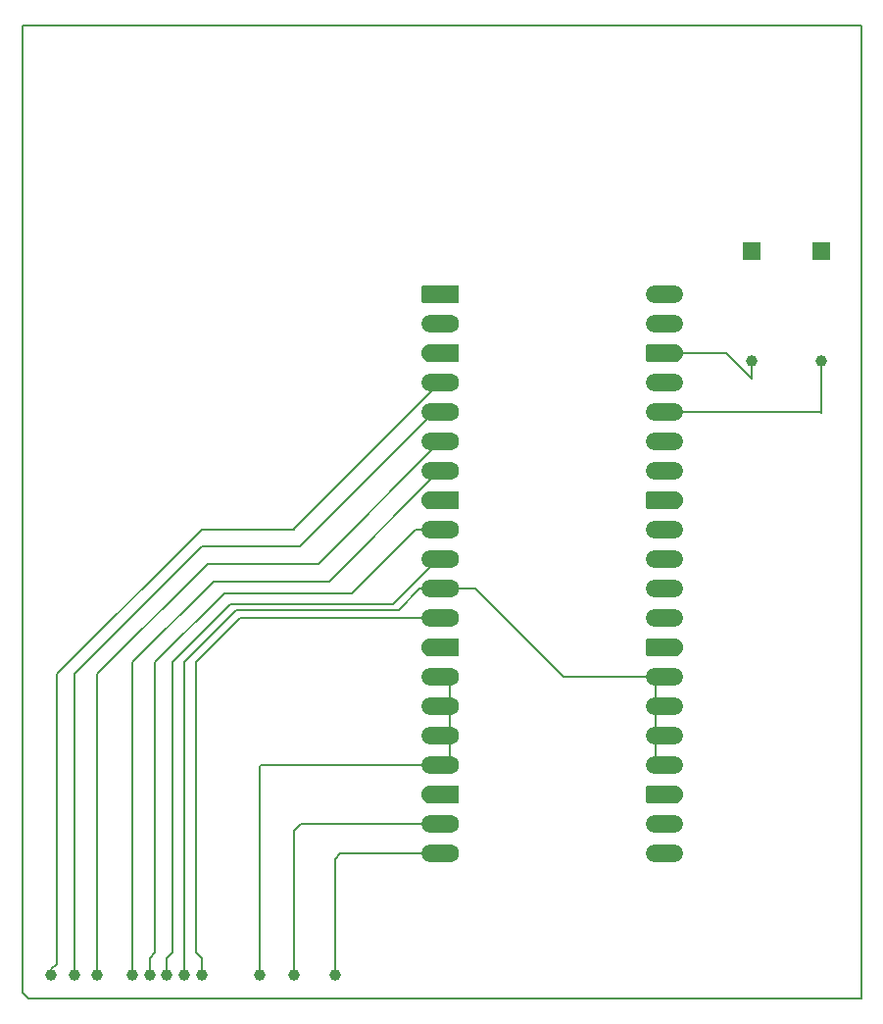
<source format=gbr>
%TF.GenerationSoftware,KiCad,Pcbnew,9.0.1*%
%TF.CreationDate,2025-05-02T16:57:55-04:00*%
%TF.ProjectId,de_fused_pico,64655f66-7573-4656-945f-7069636f2e6b,rev?*%
%TF.SameCoordinates,Original*%
%TF.FileFunction,Copper,L1,Top*%
%TF.FilePolarity,Positive*%
%FSLAX46Y46*%
G04 Gerber Fmt 4.6, Leading zero omitted, Abs format (unit mm)*
G04 Created by KiCad (PCBNEW 9.0.1) date 2025-05-02 16:57:55*
%MOMM*%
%LPD*%
G01*
G04 APERTURE LIST*
G04 Aperture macros list*
%AMRoundRect*
0 Rectangle with rounded corners*
0 $1 Rounding radius*
0 $2 $3 $4 $5 $6 $7 $8 $9 X,Y pos of 4 corners*
0 Add a 4 corners polygon primitive as box body*
4,1,4,$2,$3,$4,$5,$6,$7,$8,$9,$2,$3,0*
0 Add four circle primitives for the rounded corners*
1,1,$1+$1,$2,$3*
1,1,$1+$1,$4,$5*
1,1,$1+$1,$6,$7*
1,1,$1+$1,$8,$9*
0 Add four rect primitives between the rounded corners*
20,1,$1+$1,$2,$3,$4,$5,0*
20,1,$1+$1,$4,$5,$6,$7,0*
20,1,$1+$1,$6,$7,$8,$9,0*
20,1,$1+$1,$8,$9,$2,$3,0*%
%AMFreePoly0*
4,1,37,0.800000,0.796148,0.878414,0.796148,1.032228,0.765552,1.177117,0.705537,1.307515,0.618408,1.418408,0.507515,1.505537,0.377117,1.565552,0.232228,1.596148,0.078414,1.596148,-0.078414,1.565552,-0.232228,1.505537,-0.377117,1.418408,-0.507515,1.307515,-0.618408,1.177117,-0.705537,1.032228,-0.765552,0.878414,-0.796148,0.800000,-0.796148,0.800000,-0.800000,-1.400000,-0.800000,
-1.403843,-0.796157,-1.439018,-0.796157,-1.511114,-0.766294,-1.566294,-0.711114,-1.596157,-0.639018,-1.596157,-0.603843,-1.600000,-0.600000,-1.600000,0.600000,-1.596157,0.603843,-1.596157,0.639018,-1.566294,0.711114,-1.511114,0.766294,-1.439018,0.796157,-1.403843,0.796157,-1.400000,0.800000,0.800000,0.800000,0.800000,0.796148,0.800000,0.796148,$1*%
%AMFreePoly1*
4,1,37,1.403843,0.796157,1.439018,0.796157,1.511114,0.766294,1.566294,0.711114,1.596157,0.639018,1.596157,0.603843,1.600000,0.600000,1.600000,-0.600000,1.596157,-0.603843,1.596157,-0.639018,1.566294,-0.711114,1.511114,-0.766294,1.439018,-0.796157,1.403843,-0.796157,1.400000,-0.800000,-0.800000,-0.800000,-0.800000,-0.796148,-0.878414,-0.796148,-1.032228,-0.765552,-1.177117,-0.705537,
-1.307515,-0.618408,-1.418408,-0.507515,-1.505537,-0.377117,-1.565552,-0.232228,-1.596148,-0.078414,-1.596148,0.078414,-1.565552,0.232228,-1.505537,0.377117,-1.418408,0.507515,-1.307515,0.618408,-1.177117,0.705537,-1.032228,0.765552,-0.878414,0.796148,-0.800000,0.796148,-0.800000,0.800000,1.400000,0.800000,1.403843,0.796157,1.403843,0.796157,$1*%
%AMFreePoly2*
4,1,37,0.603843,0.796157,0.639018,0.796157,0.711114,0.766294,0.766294,0.711114,0.796157,0.639018,0.796157,0.603843,0.800000,0.600000,0.800000,-0.600000,0.796157,-0.603843,0.796157,-0.639018,0.766294,-0.711114,0.711114,-0.766294,0.639018,-0.796157,0.603843,-0.796157,0.600000,-0.800000,0.000000,-0.800000,0.000000,-0.796148,-0.078414,-0.796148,-0.232228,-0.765552,-0.377117,-0.705537,
-0.507515,-0.618408,-0.618408,-0.507515,-0.705537,-0.377117,-0.765552,-0.232228,-0.796148,-0.078414,-0.796148,0.078414,-0.765552,0.232228,-0.705537,0.377117,-0.618408,0.507515,-0.507515,0.618408,-0.377117,0.705537,-0.232228,0.765552,-0.078414,0.796148,0.000000,0.796148,0.000000,0.800000,0.600000,0.800000,0.603843,0.796157,0.603843,0.796157,$1*%
%AMFreePoly3*
4,1,37,0.000000,0.796148,0.078414,0.796148,0.232228,0.765552,0.377117,0.705537,0.507515,0.618408,0.618408,0.507515,0.705537,0.377117,0.765552,0.232228,0.796148,0.078414,0.796148,-0.078414,0.765552,-0.232228,0.705537,-0.377117,0.618408,-0.507515,0.507515,-0.618408,0.377117,-0.705537,0.232228,-0.765552,0.078414,-0.796148,0.000000,-0.796148,0.000000,-0.800000,-0.600000,-0.800000,
-0.603843,-0.796157,-0.639018,-0.796157,-0.711114,-0.766294,-0.766294,-0.711114,-0.796157,-0.639018,-0.796157,-0.603843,-0.800000,-0.600000,-0.800000,0.600000,-0.796157,0.603843,-0.796157,0.639018,-0.766294,0.711114,-0.711114,0.766294,-0.639018,0.796157,-0.603843,0.796157,-0.600000,0.800000,0.000000,0.800000,0.000000,0.796148,0.000000,0.796148,$1*%
G04 Aperture macros list end*
%TA.AperFunction,NonConductor*%
%ADD10C,0.200000*%
%TD*%
%TA.AperFunction,ComponentPad*%
%ADD11C,1.000000*%
%TD*%
%TA.AperFunction,SMDPad,CuDef*%
%ADD12R,1.500000X1.500000*%
%TD*%
%TA.AperFunction,SMDPad,CuDef*%
%ADD13FreePoly0,0.000000*%
%TD*%
%TA.AperFunction,ComponentPad*%
%ADD14RoundRect,0.200000X-0.600000X-0.600000X0.600000X-0.600000X0.600000X0.600000X-0.600000X0.600000X0*%
%TD*%
%TA.AperFunction,SMDPad,CuDef*%
%ADD15RoundRect,0.800000X-0.800000X-0.000010X0.800000X-0.000010X0.800000X0.000010X-0.800000X0.000010X0*%
%TD*%
%TA.AperFunction,ComponentPad*%
%ADD16C,1.600000*%
%TD*%
%TA.AperFunction,SMDPad,CuDef*%
%ADD17FreePoly1,0.000000*%
%TD*%
%TA.AperFunction,ComponentPad*%
%ADD18FreePoly2,0.000000*%
%TD*%
%TA.AperFunction,ComponentPad*%
%ADD19FreePoly3,0.000000*%
%TD*%
%TA.AperFunction,Conductor*%
%ADD20C,0.200000*%
%TD*%
G04 APERTURE END LIST*
D10*
X171500000Y-45000000D02*
X171500000Y-60000000D01*
X99000000Y-45000000D02*
X171500000Y-45000000D01*
X99000000Y-60000000D02*
X99000000Y-45000000D01*
X99000000Y-100000000D02*
X99000000Y-60000000D01*
X171500000Y-129000000D02*
X99500000Y-129000000D01*
X171500000Y-129000000D02*
X171500000Y-60000000D01*
X99500000Y-129000000D02*
X99000000Y-128500000D01*
X99000000Y-128500000D02*
X99000000Y-100000000D01*
D11*
%TO.P,REF\u002A\u002A,1*%
%TO.N,N/C*%
X110000000Y-127000000D03*
%TD*%
%TO.P,REF\u002A\u002A,1*%
%TO.N,N/C*%
X101500000Y-127000000D03*
%TD*%
%TO.P,REF\u002A\u002A,1*%
%TO.N,N/C*%
X126000000Y-127000000D03*
%TD*%
%TO.P,REF\u002A\u002A,1*%
%TO.N,N/C*%
X114500000Y-127000000D03*
%TD*%
%TO.P,REF\u002A\u002A,1*%
%TO.N,N/C*%
X122500000Y-127000000D03*
%TD*%
%TO.P,REF\u002A\u002A,1*%
%TO.N,N/C*%
X105500000Y-127000000D03*
%TD*%
D12*
%TO.P,REF\u002A\u002A,1*%
%TO.N,N/C*%
X162000000Y-64500000D03*
%TD*%
D13*
%TO.P,A1,1,GPIO0*%
%TO.N,unconnected-(A1-GPIO0-Pad1)*%
X135120000Y-68240000D03*
D14*
X135920000Y-68240000D03*
D15*
%TO.P,A1,2,GPIO1*%
%TO.N,unconnected-(A1-GPIO1-Pad2)*%
X135120000Y-70780000D03*
D16*
X135920000Y-70780000D03*
D17*
%TO.P,A1,3,GND*%
%TO.N,Net-(A1-GND-Pad13)*%
X135120000Y-73320000D03*
D18*
X135920000Y-73320000D03*
D15*
%TO.P,A1,4,GPIO2*%
%TO.N,unconnected-(A1-GPIO2-Pad4)*%
X135120000Y-75860000D03*
D16*
X135920000Y-75860000D03*
D15*
%TO.P,A1,5,GPIO3*%
%TO.N,unconnected-(A1-GPIO3-Pad5)*%
X135120000Y-78400000D03*
D16*
X135920000Y-78400000D03*
D15*
%TO.P,A1,6,GPIO4*%
%TO.N,unconnected-(A1-GPIO4-Pad6)*%
X135120000Y-80940000D03*
D16*
X135920000Y-80940000D03*
D15*
%TO.P,A1,7,GPIO5*%
%TO.N,unconnected-(A1-GPIO5-Pad7)*%
X135120000Y-83480000D03*
D16*
X135920000Y-83480000D03*
D17*
%TO.P,A1,8,GND*%
%TO.N,Net-(A1-GND-Pad13)*%
X135120000Y-86020000D03*
D18*
X135920000Y-86020000D03*
D15*
%TO.P,A1,9,GPIO6*%
%TO.N,unconnected-(A1-GPIO6-Pad9)*%
X135120000Y-88560000D03*
D16*
X135920000Y-88560000D03*
D15*
%TO.P,A1,10,GPIO7*%
%TO.N,unconnected-(A1-GPIO7-Pad10)*%
X135120000Y-91100000D03*
D16*
X135920000Y-91100000D03*
D15*
%TO.P,A1,11,GPIO8*%
%TO.N,Net-(A1-GPIO18)*%
X135120000Y-93640000D03*
D16*
X135920000Y-93640000D03*
D15*
%TO.P,A1,12,GPIO9*%
%TO.N,unconnected-(A1-GPIO9-Pad12)*%
X135120000Y-96180000D03*
D16*
X135920000Y-96180000D03*
D17*
%TO.P,A1,13,GND*%
%TO.N,Net-(A1-GND-Pad13)*%
X135120000Y-98720000D03*
D18*
X135920000Y-98720000D03*
D15*
%TO.P,A1,14,GPIO10*%
%TO.N,Net-(A1-GPIO10)*%
X135120000Y-101260000D03*
D16*
X135920000Y-101260000D03*
D15*
%TO.P,A1,15,GPIO11*%
X135120000Y-103800000D03*
D16*
X135920000Y-103800000D03*
D15*
%TO.P,A1,16,GPIO12*%
X135120000Y-106340000D03*
D16*
X135920000Y-106340000D03*
D15*
%TO.P,A1,17,GPIO13*%
X135120000Y-108880000D03*
D16*
X135920000Y-108880000D03*
D17*
%TO.P,A1,18,GND*%
%TO.N,Net-(A1-GND-Pad13)*%
X135120000Y-111420000D03*
D18*
X135920000Y-111420000D03*
D15*
%TO.P,A1,19,GPIO14*%
%TO.N,unconnected-(A1-GPIO14-Pad19)*%
X135120000Y-113960000D03*
D16*
X135920000Y-113960000D03*
D15*
%TO.P,A1,20,GPIO15*%
%TO.N,unconnected-(A1-GPIO15-Pad20)*%
X135120000Y-116500000D03*
D16*
X135920000Y-116500000D03*
%TO.P,A1,21,GPIO16*%
%TO.N,unconnected-(A1-GPIO16-Pad21)*%
X153700000Y-116500000D03*
D15*
X154500000Y-116500000D03*
D16*
%TO.P,A1,22,GPIO17*%
%TO.N,unconnected-(A1-GPIO17-Pad22)*%
X153700000Y-113960000D03*
D15*
X154500000Y-113960000D03*
D19*
%TO.P,A1,23,GND*%
%TO.N,Net-(A1-GND-Pad13)*%
X153700000Y-111420000D03*
D13*
X154500000Y-111420000D03*
D16*
%TO.P,A1,24,GPIO18*%
%TO.N,Net-(A1-GPIO18)*%
X153700000Y-108880000D03*
D15*
X154500000Y-108880000D03*
D16*
%TO.P,A1,25,GPIO19*%
X153700000Y-106340000D03*
D15*
X154500000Y-106340000D03*
D16*
%TO.P,A1,26,GPIO20*%
X153700000Y-103800000D03*
D15*
X154500000Y-103800000D03*
D16*
%TO.P,A1,27,GPIO21*%
X153700000Y-101260000D03*
D15*
X154500000Y-101260000D03*
D19*
%TO.P,A1,28,GND*%
%TO.N,Net-(A1-GND-Pad13)*%
X153700000Y-98720000D03*
D13*
X154500000Y-98720000D03*
D16*
%TO.P,A1,29,GPIO22*%
%TO.N,unconnected-(A1-GPIO22-Pad29)*%
X153700000Y-96180000D03*
D15*
X154500000Y-96180000D03*
D16*
%TO.P,A1,30,RUN*%
%TO.N,unconnected-(A1-RUN-Pad30)*%
X153700000Y-93640000D03*
D15*
X154500000Y-93640000D03*
D16*
%TO.P,A1,31,GPIO26_ADC0*%
%TO.N,unconnected-(A1-GPIO26_ADC0-Pad31)*%
X153700000Y-91100000D03*
D15*
X154500000Y-91100000D03*
D16*
%TO.P,A1,32,GPIO27_ADC1*%
%TO.N,unconnected-(A1-GPIO27_ADC1-Pad32)*%
X153700000Y-88560000D03*
D15*
X154500000Y-88560000D03*
D19*
%TO.P,A1,33,AGND*%
%TO.N,unconnected-(A1-AGND-Pad33)*%
X153700000Y-86020000D03*
D13*
X154500000Y-86020000D03*
D16*
%TO.P,A1,34,GPIO28_ADC2*%
%TO.N,unconnected-(A1-GPIO28_ADC2-Pad34)*%
X153700000Y-83480000D03*
D15*
X154500000Y-83480000D03*
D16*
%TO.P,A1,35,ADC_VREF*%
%TO.N,unconnected-(A1-ADC_VREF-Pad35)*%
X153700000Y-80940000D03*
D15*
X154500000Y-80940000D03*
D16*
%TO.P,A1,36,3V3*%
%TO.N,unconnected-(A1-3V3-Pad36)*%
X153700000Y-78400000D03*
D15*
X154500000Y-78400000D03*
D16*
%TO.P,A1,37,3V3_EN*%
%TO.N,unconnected-(A1-3V3_EN-Pad37)*%
X153700000Y-75860000D03*
D15*
X154500000Y-75860000D03*
D19*
%TO.P,A1,38,GND*%
%TO.N,Net-(A1-GND-Pad13)*%
X153700000Y-73320000D03*
D13*
X154500000Y-73320000D03*
D16*
%TO.P,A1,39,VSYS*%
%TO.N,unconnected-(A1-VSYS-Pad39)*%
X153700000Y-70780000D03*
D15*
X154500000Y-70780000D03*
D16*
%TO.P,A1,40,VBUS*%
%TO.N,unconnected-(A1-VBUS-Pad40)*%
X153700000Y-68240000D03*
D15*
X154500000Y-68240000D03*
%TD*%
D11*
%TO.P,REF\u002A\u002A,1*%
%TO.N,N/C*%
X108500000Y-127000000D03*
%TD*%
%TO.P,REF\u002A\u002A,1*%
%TO.N,N/C*%
X103500000Y-127000000D03*
%TD*%
%TO.P,REF\u002A\u002A,1*%
%TO.N,N/C*%
X168000000Y-74000000D03*
%TD*%
D12*
%TO.P,REF\u002A\u002A,1*%
%TO.N,N/C*%
X168000000Y-64500000D03*
%TD*%
D11*
%TO.P,REF\u002A\u002A,1*%
%TO.N,N/C*%
X119500000Y-127000000D03*
%TD*%
%TO.P,REF\u002A\u002A,1*%
%TO.N,N/C*%
X113000000Y-127000000D03*
%TD*%
%TO.P,REF\u002A\u002A,1*%
%TO.N,N/C*%
X111500000Y-127000000D03*
%TD*%
%TO.P,REF\u002A\u002A,1*%
%TO.N,N/C*%
X162000000Y-74000000D03*
%TD*%
D20*
%TO.N,Net-(A1-GND-Pad13)*%
X154500000Y-73320000D02*
X159820000Y-73320000D01*
X154500000Y-73320000D02*
X153700000Y-73320000D01*
X162000000Y-75500000D02*
X162000000Y-75000000D01*
X159820000Y-73320000D02*
X162000000Y-75500000D01*
X162000000Y-75000000D02*
X162000000Y-74500000D01*
X162000000Y-74500000D02*
X162000000Y-74000000D01*
%TO.N,unconnected-(A1-GPIO5-Pad7)*%
X115500000Y-93000000D02*
X125500000Y-93000000D01*
X108500000Y-126500000D02*
X108500000Y-100000000D01*
X125500000Y-93000000D02*
X135020000Y-83480000D01*
X108500000Y-100000000D02*
X115500000Y-93000000D01*
X135020000Y-83480000D02*
X135920000Y-83480000D01*
%TO.N,unconnected-(A1-GPIO4-Pad6)*%
X124560000Y-91500000D02*
X135120000Y-80940000D01*
X105500000Y-101000000D02*
X115000000Y-91500000D01*
X105500000Y-125000000D02*
X105500000Y-126500000D01*
X105500000Y-125000000D02*
X105500000Y-101000000D01*
X115000000Y-91500000D02*
X124560000Y-91500000D01*
%TO.N,Net-(A1-GPIO10)*%
X135920000Y-101260000D02*
X135920000Y-103800000D01*
X135920000Y-103800000D02*
X135920000Y-106340000D01*
X135920000Y-106340000D02*
X135920000Y-108880000D01*
X119500000Y-125000000D02*
X119500000Y-126500000D01*
X135120000Y-108880000D02*
X119620000Y-108880000D01*
X119620000Y-108880000D02*
X119500000Y-109000000D01*
X119500000Y-109000000D02*
X119500000Y-125000000D01*
%TO.N,unconnected-(A1-GPIO7-Pad10)*%
X111500000Y-125500000D02*
X112000000Y-125000000D01*
X117000000Y-95000000D02*
X131000000Y-95000000D01*
X112000000Y-100000000D02*
X117000000Y-95000000D01*
X111500000Y-126500000D02*
X111500000Y-125500000D01*
X112000000Y-125000000D02*
X112000000Y-100000000D01*
X131000000Y-95000000D02*
X134900000Y-91100000D01*
X134900000Y-91100000D02*
X135920000Y-91100000D01*
%TO.N,unconnected-(A1-3V3-Pad36)*%
X167900000Y-78400000D02*
X168000000Y-78500000D01*
X168000000Y-78500000D02*
X168000000Y-74500000D01*
X153700000Y-78400000D02*
X167900000Y-78400000D01*
X168000000Y-74500000D02*
X168000000Y-74000000D01*
%TO.N,unconnected-(A1-GPIO6-Pad9)*%
X116500000Y-94000000D02*
X127500000Y-94000000D01*
X132940000Y-88560000D02*
X135920000Y-88560000D01*
X110500000Y-125000000D02*
X110000000Y-125500000D01*
X110500000Y-125000000D02*
X110500000Y-100000000D01*
X127500000Y-94000000D02*
X132940000Y-88560000D01*
X110500000Y-100000000D02*
X116500000Y-94000000D01*
X110000000Y-126500000D02*
X110000000Y-125500000D01*
%TO.N,unconnected-(A1-GPIO9-Pad12)*%
X114500000Y-125500000D02*
X114500000Y-126500000D01*
X114000000Y-125000000D02*
X114000000Y-100000000D01*
X114000000Y-125000000D02*
X114500000Y-125500000D01*
X114000000Y-100000000D02*
X117820000Y-96180000D01*
X117820000Y-96180000D02*
X135120000Y-96180000D01*
%TO.N,unconnected-(A1-GPIO2-Pad4)*%
X135120000Y-75860000D02*
X122500000Y-88480000D01*
X102000000Y-101000000D02*
X102000000Y-126000000D01*
X102000000Y-126000000D02*
X101500000Y-126500000D01*
X122500000Y-88500000D02*
X114500000Y-88500000D01*
X122500000Y-88480000D02*
X122500000Y-88500000D01*
X114500000Y-88500000D02*
X102000000Y-101000000D01*
%TO.N,unconnected-(A1-GPIO15-Pad20)*%
X126000000Y-117000000D02*
X126500000Y-116500000D01*
X126500000Y-116500000D02*
X135120000Y-116500000D01*
X126000000Y-126500000D02*
X126000000Y-117000000D01*
%TO.N,unconnected-(A1-GPIO14-Pad19)*%
X123040000Y-113960000D02*
X135120000Y-113960000D01*
X122500000Y-114500000D02*
X123040000Y-113960000D01*
X122500000Y-126500000D02*
X122500000Y-114500000D01*
%TO.N,unconnected-(A1-GPIO3-Pad5)*%
X134600000Y-78400000D02*
X123000000Y-90000000D01*
X114500000Y-90000000D02*
X103500000Y-101000000D01*
X123000000Y-90000000D02*
X114500000Y-90000000D01*
X103500000Y-101000000D02*
X103500000Y-125000000D01*
X135920000Y-78400000D02*
X134600000Y-78400000D01*
X103500000Y-125000000D02*
X103500000Y-126500000D01*
%TO.N,Net-(A1-GPIO18)*%
X153700000Y-101260000D02*
X153700000Y-103800000D01*
X145760000Y-101260000D02*
X138140000Y-93640000D01*
X117500000Y-95500000D02*
X131500000Y-95500000D01*
X153700000Y-103800000D02*
X153700000Y-106340000D01*
X138140000Y-93640000D02*
X135920000Y-93640000D01*
X113000000Y-100000000D02*
X117500000Y-95500000D01*
X153700000Y-101260000D02*
X145760000Y-101260000D01*
X113000000Y-126500000D02*
X113000000Y-100000000D01*
X131500000Y-95500000D02*
X133360000Y-93640000D01*
X153700000Y-108880000D02*
X153700000Y-106340000D01*
X133360000Y-93640000D02*
X135920000Y-93640000D01*
%TD*%
M02*

</source>
